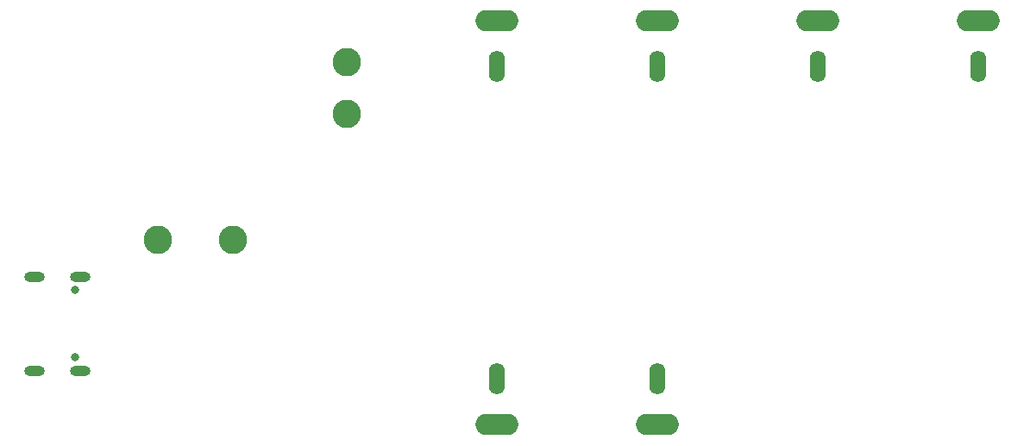
<source format=gbs>
G04 #@! TF.GenerationSoftware,KiCad,Pcbnew,7.0.2*
G04 #@! TF.CreationDate,2023-07-04T15:02:42+02:00*
G04 #@! TF.ProjectId,espboard,65737062-6f61-4726-942e-6b696361645f,rev?*
G04 #@! TF.SameCoordinates,Original*
G04 #@! TF.FileFunction,Soldermask,Bot*
G04 #@! TF.FilePolarity,Negative*
%FSLAX46Y46*%
G04 Gerber Fmt 4.6, Leading zero omitted, Abs format (unit mm)*
G04 Created by KiCad (PCBNEW 7.0.2) date 2023-07-04 15:02:42*
%MOMM*%
%LPD*%
G01*
G04 APERTURE LIST*
%ADD10O,4.200000X2.100000*%
%ADD11O,1.550000X3.100000*%
%ADD12C,2.800000*%
%ADD13C,0.800000*%
%ADD14O,2.000000X1.000000*%
G04 APERTURE END LIST*
D10*
G04 #@! TO.C,J3*
X134366000Y-103886000D03*
D11*
X134366000Y-99386000D03*
G04 #@! TD*
D10*
G04 #@! TO.C,J2*
X118618000Y-103886000D03*
D11*
X118618000Y-99386000D03*
G04 #@! TD*
D12*
G04 #@! TO.C,TP4*
X85320000Y-85740000D03*
G04 #@! TD*
D13*
G04 #@! TO.C,J1*
X77160000Y-90680000D03*
X77160000Y-97280000D03*
D14*
X73220000Y-89370000D03*
X73220000Y-98590000D03*
X77720000Y-89370000D03*
X77720000Y-98590000D03*
G04 #@! TD*
D10*
G04 #@! TO.C,J7*
X165862000Y-64262000D03*
D11*
X165862000Y-68762000D03*
G04 #@! TD*
D12*
G04 #@! TO.C,TP2*
X103886000Y-73406000D03*
G04 #@! TD*
G04 #@! TO.C,TP3*
X103886000Y-68326000D03*
G04 #@! TD*
D10*
G04 #@! TO.C,J6*
X150114000Y-64262000D03*
D11*
X150114000Y-68762000D03*
G04 #@! TD*
D10*
G04 #@! TO.C,J4*
X118618000Y-64262000D03*
D11*
X118618000Y-68762000D03*
G04 #@! TD*
D10*
G04 #@! TO.C,J5*
X134366000Y-64262000D03*
D11*
X134366000Y-68762000D03*
G04 #@! TD*
D12*
G04 #@! TO.C,TP5*
X92710000Y-85740000D03*
G04 #@! TD*
M02*

</source>
